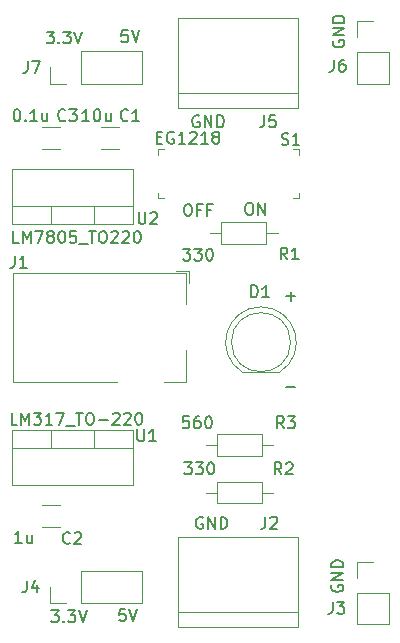
<source format=gto>
%TF.GenerationSoftware,KiCad,Pcbnew,9.0.1*%
%TF.CreationDate,2025-05-19T12:27:26-03:00*%
%TF.ProjectId,Project_2_Breadboard_Power_Suppy,50726f6a-6563-4745-9f32-5f4272656164,rev?*%
%TF.SameCoordinates,Original*%
%TF.FileFunction,Legend,Top*%
%TF.FilePolarity,Positive*%
%FSLAX46Y46*%
G04 Gerber Fmt 4.6, Leading zero omitted, Abs format (unit mm)*
G04 Created by KiCad (PCBNEW 9.0.1) date 2025-05-19 12:27:26*
%MOMM*%
%LPD*%
G01*
G04 APERTURE LIST*
%ADD10C,0.150000*%
%ADD11C,0.120000*%
%ADD12C,0.100000*%
G04 APERTURE END LIST*
D10*
X139427255Y-61469819D02*
X139617731Y-61469819D01*
X139617731Y-61469819D02*
X139712969Y-61517438D01*
X139712969Y-61517438D02*
X139808207Y-61612676D01*
X139808207Y-61612676D02*
X139855826Y-61803152D01*
X139855826Y-61803152D02*
X139855826Y-62136485D01*
X139855826Y-62136485D02*
X139808207Y-62326961D01*
X139808207Y-62326961D02*
X139712969Y-62422200D01*
X139712969Y-62422200D02*
X139617731Y-62469819D01*
X139617731Y-62469819D02*
X139427255Y-62469819D01*
X139427255Y-62469819D02*
X139332017Y-62422200D01*
X139332017Y-62422200D02*
X139236779Y-62326961D01*
X139236779Y-62326961D02*
X139189160Y-62136485D01*
X139189160Y-62136485D02*
X139189160Y-61803152D01*
X139189160Y-61803152D02*
X139236779Y-61612676D01*
X139236779Y-61612676D02*
X139332017Y-61517438D01*
X139332017Y-61517438D02*
X139427255Y-61469819D01*
X140284398Y-62469819D02*
X140284398Y-61469819D01*
X140284398Y-61469819D02*
X140855826Y-62469819D01*
X140855826Y-62469819D02*
X140855826Y-61469819D01*
X134227255Y-61569819D02*
X134417731Y-61569819D01*
X134417731Y-61569819D02*
X134512969Y-61617438D01*
X134512969Y-61617438D02*
X134608207Y-61712676D01*
X134608207Y-61712676D02*
X134655826Y-61903152D01*
X134655826Y-61903152D02*
X134655826Y-62236485D01*
X134655826Y-62236485D02*
X134608207Y-62426961D01*
X134608207Y-62426961D02*
X134512969Y-62522200D01*
X134512969Y-62522200D02*
X134417731Y-62569819D01*
X134417731Y-62569819D02*
X134227255Y-62569819D01*
X134227255Y-62569819D02*
X134132017Y-62522200D01*
X134132017Y-62522200D02*
X134036779Y-62426961D01*
X134036779Y-62426961D02*
X133989160Y-62236485D01*
X133989160Y-62236485D02*
X133989160Y-61903152D01*
X133989160Y-61903152D02*
X134036779Y-61712676D01*
X134036779Y-61712676D02*
X134132017Y-61617438D01*
X134132017Y-61617438D02*
X134227255Y-61569819D01*
X135417731Y-62046009D02*
X135084398Y-62046009D01*
X135084398Y-62569819D02*
X135084398Y-61569819D01*
X135084398Y-61569819D02*
X135560588Y-61569819D01*
X136274874Y-62046009D02*
X135941541Y-62046009D01*
X135941541Y-62569819D02*
X135941541Y-61569819D01*
X135941541Y-61569819D02*
X136417731Y-61569819D01*
X142636779Y-77088866D02*
X143398684Y-77088866D01*
X142636779Y-69388866D02*
X143398684Y-69388866D01*
X143017731Y-69769819D02*
X143017731Y-69007914D01*
X122341541Y-46969819D02*
X122960588Y-46969819D01*
X122960588Y-46969819D02*
X122627255Y-47350771D01*
X122627255Y-47350771D02*
X122770112Y-47350771D01*
X122770112Y-47350771D02*
X122865350Y-47398390D01*
X122865350Y-47398390D02*
X122912969Y-47446009D01*
X122912969Y-47446009D02*
X122960588Y-47541247D01*
X122960588Y-47541247D02*
X122960588Y-47779342D01*
X122960588Y-47779342D02*
X122912969Y-47874580D01*
X122912969Y-47874580D02*
X122865350Y-47922200D01*
X122865350Y-47922200D02*
X122770112Y-47969819D01*
X122770112Y-47969819D02*
X122484398Y-47969819D01*
X122484398Y-47969819D02*
X122389160Y-47922200D01*
X122389160Y-47922200D02*
X122341541Y-47874580D01*
X123389160Y-47874580D02*
X123436779Y-47922200D01*
X123436779Y-47922200D02*
X123389160Y-47969819D01*
X123389160Y-47969819D02*
X123341541Y-47922200D01*
X123341541Y-47922200D02*
X123389160Y-47874580D01*
X123389160Y-47874580D02*
X123389160Y-47969819D01*
X123770112Y-46969819D02*
X124389159Y-46969819D01*
X124389159Y-46969819D02*
X124055826Y-47350771D01*
X124055826Y-47350771D02*
X124198683Y-47350771D01*
X124198683Y-47350771D02*
X124293921Y-47398390D01*
X124293921Y-47398390D02*
X124341540Y-47446009D01*
X124341540Y-47446009D02*
X124389159Y-47541247D01*
X124389159Y-47541247D02*
X124389159Y-47779342D01*
X124389159Y-47779342D02*
X124341540Y-47874580D01*
X124341540Y-47874580D02*
X124293921Y-47922200D01*
X124293921Y-47922200D02*
X124198683Y-47969819D01*
X124198683Y-47969819D02*
X123912969Y-47969819D01*
X123912969Y-47969819D02*
X123817731Y-47922200D01*
X123817731Y-47922200D02*
X123770112Y-47874580D01*
X124674874Y-46969819D02*
X125008207Y-47969819D01*
X125008207Y-47969819D02*
X125341540Y-46969819D01*
X122741541Y-95969819D02*
X123360588Y-95969819D01*
X123360588Y-95969819D02*
X123027255Y-96350771D01*
X123027255Y-96350771D02*
X123170112Y-96350771D01*
X123170112Y-96350771D02*
X123265350Y-96398390D01*
X123265350Y-96398390D02*
X123312969Y-96446009D01*
X123312969Y-96446009D02*
X123360588Y-96541247D01*
X123360588Y-96541247D02*
X123360588Y-96779342D01*
X123360588Y-96779342D02*
X123312969Y-96874580D01*
X123312969Y-96874580D02*
X123265350Y-96922200D01*
X123265350Y-96922200D02*
X123170112Y-96969819D01*
X123170112Y-96969819D02*
X122884398Y-96969819D01*
X122884398Y-96969819D02*
X122789160Y-96922200D01*
X122789160Y-96922200D02*
X122741541Y-96874580D01*
X123789160Y-96874580D02*
X123836779Y-96922200D01*
X123836779Y-96922200D02*
X123789160Y-96969819D01*
X123789160Y-96969819D02*
X123741541Y-96922200D01*
X123741541Y-96922200D02*
X123789160Y-96874580D01*
X123789160Y-96874580D02*
X123789160Y-96969819D01*
X124170112Y-95969819D02*
X124789159Y-95969819D01*
X124789159Y-95969819D02*
X124455826Y-96350771D01*
X124455826Y-96350771D02*
X124598683Y-96350771D01*
X124598683Y-96350771D02*
X124693921Y-96398390D01*
X124693921Y-96398390D02*
X124741540Y-96446009D01*
X124741540Y-96446009D02*
X124789159Y-96541247D01*
X124789159Y-96541247D02*
X124789159Y-96779342D01*
X124789159Y-96779342D02*
X124741540Y-96874580D01*
X124741540Y-96874580D02*
X124693921Y-96922200D01*
X124693921Y-96922200D02*
X124598683Y-96969819D01*
X124598683Y-96969819D02*
X124312969Y-96969819D01*
X124312969Y-96969819D02*
X124217731Y-96922200D01*
X124217731Y-96922200D02*
X124170112Y-96874580D01*
X125074874Y-95969819D02*
X125408207Y-96969819D01*
X125408207Y-96969819D02*
X125741540Y-95969819D01*
X129212969Y-46869819D02*
X128736779Y-46869819D01*
X128736779Y-46869819D02*
X128689160Y-47346009D01*
X128689160Y-47346009D02*
X128736779Y-47298390D01*
X128736779Y-47298390D02*
X128832017Y-47250771D01*
X128832017Y-47250771D02*
X129070112Y-47250771D01*
X129070112Y-47250771D02*
X129165350Y-47298390D01*
X129165350Y-47298390D02*
X129212969Y-47346009D01*
X129212969Y-47346009D02*
X129260588Y-47441247D01*
X129260588Y-47441247D02*
X129260588Y-47679342D01*
X129260588Y-47679342D02*
X129212969Y-47774580D01*
X129212969Y-47774580D02*
X129165350Y-47822200D01*
X129165350Y-47822200D02*
X129070112Y-47869819D01*
X129070112Y-47869819D02*
X128832017Y-47869819D01*
X128832017Y-47869819D02*
X128736779Y-47822200D01*
X128736779Y-47822200D02*
X128689160Y-47774580D01*
X129546303Y-46869819D02*
X129879636Y-47869819D01*
X129879636Y-47869819D02*
X130212969Y-46869819D01*
X129012969Y-95869819D02*
X128536779Y-95869819D01*
X128536779Y-95869819D02*
X128489160Y-96346009D01*
X128489160Y-96346009D02*
X128536779Y-96298390D01*
X128536779Y-96298390D02*
X128632017Y-96250771D01*
X128632017Y-96250771D02*
X128870112Y-96250771D01*
X128870112Y-96250771D02*
X128965350Y-96298390D01*
X128965350Y-96298390D02*
X129012969Y-96346009D01*
X129012969Y-96346009D02*
X129060588Y-96441247D01*
X129060588Y-96441247D02*
X129060588Y-96679342D01*
X129060588Y-96679342D02*
X129012969Y-96774580D01*
X129012969Y-96774580D02*
X128965350Y-96822200D01*
X128965350Y-96822200D02*
X128870112Y-96869819D01*
X128870112Y-96869819D02*
X128632017Y-96869819D01*
X128632017Y-96869819D02*
X128536779Y-96822200D01*
X128536779Y-96822200D02*
X128489160Y-96774580D01*
X129346303Y-95869819D02*
X129679636Y-96869819D01*
X129679636Y-96869819D02*
X130012969Y-95869819D01*
X135560588Y-88117438D02*
X135465350Y-88069819D01*
X135465350Y-88069819D02*
X135322493Y-88069819D01*
X135322493Y-88069819D02*
X135179636Y-88117438D01*
X135179636Y-88117438D02*
X135084398Y-88212676D01*
X135084398Y-88212676D02*
X135036779Y-88307914D01*
X135036779Y-88307914D02*
X134989160Y-88498390D01*
X134989160Y-88498390D02*
X134989160Y-88641247D01*
X134989160Y-88641247D02*
X135036779Y-88831723D01*
X135036779Y-88831723D02*
X135084398Y-88926961D01*
X135084398Y-88926961D02*
X135179636Y-89022200D01*
X135179636Y-89022200D02*
X135322493Y-89069819D01*
X135322493Y-89069819D02*
X135417731Y-89069819D01*
X135417731Y-89069819D02*
X135560588Y-89022200D01*
X135560588Y-89022200D02*
X135608207Y-88974580D01*
X135608207Y-88974580D02*
X135608207Y-88641247D01*
X135608207Y-88641247D02*
X135417731Y-88641247D01*
X136036779Y-89069819D02*
X136036779Y-88069819D01*
X136036779Y-88069819D02*
X136608207Y-89069819D01*
X136608207Y-89069819D02*
X136608207Y-88069819D01*
X137084398Y-89069819D02*
X137084398Y-88069819D01*
X137084398Y-88069819D02*
X137322493Y-88069819D01*
X137322493Y-88069819D02*
X137465350Y-88117438D01*
X137465350Y-88117438D02*
X137560588Y-88212676D01*
X137560588Y-88212676D02*
X137608207Y-88307914D01*
X137608207Y-88307914D02*
X137655826Y-88498390D01*
X137655826Y-88498390D02*
X137655826Y-88641247D01*
X137655826Y-88641247D02*
X137608207Y-88831723D01*
X137608207Y-88831723D02*
X137560588Y-88926961D01*
X137560588Y-88926961D02*
X137465350Y-89022200D01*
X137465350Y-89022200D02*
X137322493Y-89069819D01*
X137322493Y-89069819D02*
X137084398Y-89069819D01*
X135260588Y-54117438D02*
X135165350Y-54069819D01*
X135165350Y-54069819D02*
X135022493Y-54069819D01*
X135022493Y-54069819D02*
X134879636Y-54117438D01*
X134879636Y-54117438D02*
X134784398Y-54212676D01*
X134784398Y-54212676D02*
X134736779Y-54307914D01*
X134736779Y-54307914D02*
X134689160Y-54498390D01*
X134689160Y-54498390D02*
X134689160Y-54641247D01*
X134689160Y-54641247D02*
X134736779Y-54831723D01*
X134736779Y-54831723D02*
X134784398Y-54926961D01*
X134784398Y-54926961D02*
X134879636Y-55022200D01*
X134879636Y-55022200D02*
X135022493Y-55069819D01*
X135022493Y-55069819D02*
X135117731Y-55069819D01*
X135117731Y-55069819D02*
X135260588Y-55022200D01*
X135260588Y-55022200D02*
X135308207Y-54974580D01*
X135308207Y-54974580D02*
X135308207Y-54641247D01*
X135308207Y-54641247D02*
X135117731Y-54641247D01*
X135736779Y-55069819D02*
X135736779Y-54069819D01*
X135736779Y-54069819D02*
X136308207Y-55069819D01*
X136308207Y-55069819D02*
X136308207Y-54069819D01*
X136784398Y-55069819D02*
X136784398Y-54069819D01*
X136784398Y-54069819D02*
X137022493Y-54069819D01*
X137022493Y-54069819D02*
X137165350Y-54117438D01*
X137165350Y-54117438D02*
X137260588Y-54212676D01*
X137260588Y-54212676D02*
X137308207Y-54307914D01*
X137308207Y-54307914D02*
X137355826Y-54498390D01*
X137355826Y-54498390D02*
X137355826Y-54641247D01*
X137355826Y-54641247D02*
X137308207Y-54831723D01*
X137308207Y-54831723D02*
X137260588Y-54926961D01*
X137260588Y-54926961D02*
X137165350Y-55022200D01*
X137165350Y-55022200D02*
X137022493Y-55069819D01*
X137022493Y-55069819D02*
X136784398Y-55069819D01*
X146617438Y-47739411D02*
X146569819Y-47834649D01*
X146569819Y-47834649D02*
X146569819Y-47977506D01*
X146569819Y-47977506D02*
X146617438Y-48120363D01*
X146617438Y-48120363D02*
X146712676Y-48215601D01*
X146712676Y-48215601D02*
X146807914Y-48263220D01*
X146807914Y-48263220D02*
X146998390Y-48310839D01*
X146998390Y-48310839D02*
X147141247Y-48310839D01*
X147141247Y-48310839D02*
X147331723Y-48263220D01*
X147331723Y-48263220D02*
X147426961Y-48215601D01*
X147426961Y-48215601D02*
X147522200Y-48120363D01*
X147522200Y-48120363D02*
X147569819Y-47977506D01*
X147569819Y-47977506D02*
X147569819Y-47882268D01*
X147569819Y-47882268D02*
X147522200Y-47739411D01*
X147522200Y-47739411D02*
X147474580Y-47691792D01*
X147474580Y-47691792D02*
X147141247Y-47691792D01*
X147141247Y-47691792D02*
X147141247Y-47882268D01*
X147569819Y-47263220D02*
X146569819Y-47263220D01*
X146569819Y-47263220D02*
X147569819Y-46691792D01*
X147569819Y-46691792D02*
X146569819Y-46691792D01*
X147569819Y-46215601D02*
X146569819Y-46215601D01*
X146569819Y-46215601D02*
X146569819Y-45977506D01*
X146569819Y-45977506D02*
X146617438Y-45834649D01*
X146617438Y-45834649D02*
X146712676Y-45739411D01*
X146712676Y-45739411D02*
X146807914Y-45691792D01*
X146807914Y-45691792D02*
X146998390Y-45644173D01*
X146998390Y-45644173D02*
X147141247Y-45644173D01*
X147141247Y-45644173D02*
X147331723Y-45691792D01*
X147331723Y-45691792D02*
X147426961Y-45739411D01*
X147426961Y-45739411D02*
X147522200Y-45834649D01*
X147522200Y-45834649D02*
X147569819Y-45977506D01*
X147569819Y-45977506D02*
X147569819Y-46215601D01*
X146517438Y-93839411D02*
X146469819Y-93934649D01*
X146469819Y-93934649D02*
X146469819Y-94077506D01*
X146469819Y-94077506D02*
X146517438Y-94220363D01*
X146517438Y-94220363D02*
X146612676Y-94315601D01*
X146612676Y-94315601D02*
X146707914Y-94363220D01*
X146707914Y-94363220D02*
X146898390Y-94410839D01*
X146898390Y-94410839D02*
X147041247Y-94410839D01*
X147041247Y-94410839D02*
X147231723Y-94363220D01*
X147231723Y-94363220D02*
X147326961Y-94315601D01*
X147326961Y-94315601D02*
X147422200Y-94220363D01*
X147422200Y-94220363D02*
X147469819Y-94077506D01*
X147469819Y-94077506D02*
X147469819Y-93982268D01*
X147469819Y-93982268D02*
X147422200Y-93839411D01*
X147422200Y-93839411D02*
X147374580Y-93791792D01*
X147374580Y-93791792D02*
X147041247Y-93791792D01*
X147041247Y-93791792D02*
X147041247Y-93982268D01*
X147469819Y-93363220D02*
X146469819Y-93363220D01*
X146469819Y-93363220D02*
X147469819Y-92791792D01*
X147469819Y-92791792D02*
X146469819Y-92791792D01*
X147469819Y-92315601D02*
X146469819Y-92315601D01*
X146469819Y-92315601D02*
X146469819Y-92077506D01*
X146469819Y-92077506D02*
X146517438Y-91934649D01*
X146517438Y-91934649D02*
X146612676Y-91839411D01*
X146612676Y-91839411D02*
X146707914Y-91791792D01*
X146707914Y-91791792D02*
X146898390Y-91744173D01*
X146898390Y-91744173D02*
X147041247Y-91744173D01*
X147041247Y-91744173D02*
X147231723Y-91791792D01*
X147231723Y-91791792D02*
X147326961Y-91839411D01*
X147326961Y-91839411D02*
X147422200Y-91934649D01*
X147422200Y-91934649D02*
X147469819Y-92077506D01*
X147469819Y-92077506D02*
X147469819Y-92315601D01*
X119666666Y-65954819D02*
X119666666Y-66669104D01*
X119666666Y-66669104D02*
X119619047Y-66811961D01*
X119619047Y-66811961D02*
X119523809Y-66907200D01*
X119523809Y-66907200D02*
X119380952Y-66954819D01*
X119380952Y-66954819D02*
X119285714Y-66954819D01*
X120666666Y-66954819D02*
X120095238Y-66954819D01*
X120380952Y-66954819D02*
X120380952Y-65954819D01*
X120380952Y-65954819D02*
X120285714Y-66097676D01*
X120285714Y-66097676D02*
X120190476Y-66192914D01*
X120190476Y-66192914D02*
X120095238Y-66240533D01*
X146666666Y-49354819D02*
X146666666Y-50069104D01*
X146666666Y-50069104D02*
X146619047Y-50211961D01*
X146619047Y-50211961D02*
X146523809Y-50307200D01*
X146523809Y-50307200D02*
X146380952Y-50354819D01*
X146380952Y-50354819D02*
X146285714Y-50354819D01*
X147571428Y-49354819D02*
X147380952Y-49354819D01*
X147380952Y-49354819D02*
X147285714Y-49402438D01*
X147285714Y-49402438D02*
X147238095Y-49450057D01*
X147238095Y-49450057D02*
X147142857Y-49592914D01*
X147142857Y-49592914D02*
X147095238Y-49783390D01*
X147095238Y-49783390D02*
X147095238Y-50164342D01*
X147095238Y-50164342D02*
X147142857Y-50259580D01*
X147142857Y-50259580D02*
X147190476Y-50307200D01*
X147190476Y-50307200D02*
X147285714Y-50354819D01*
X147285714Y-50354819D02*
X147476190Y-50354819D01*
X147476190Y-50354819D02*
X147571428Y-50307200D01*
X147571428Y-50307200D02*
X147619047Y-50259580D01*
X147619047Y-50259580D02*
X147666666Y-50164342D01*
X147666666Y-50164342D02*
X147666666Y-49926247D01*
X147666666Y-49926247D02*
X147619047Y-49831009D01*
X147619047Y-49831009D02*
X147571428Y-49783390D01*
X147571428Y-49783390D02*
X147476190Y-49735771D01*
X147476190Y-49735771D02*
X147285714Y-49735771D01*
X147285714Y-49735771D02*
X147190476Y-49783390D01*
X147190476Y-49783390D02*
X147142857Y-49831009D01*
X147142857Y-49831009D02*
X147095238Y-49926247D01*
X142733333Y-66254819D02*
X142400000Y-65778628D01*
X142161905Y-66254819D02*
X142161905Y-65254819D01*
X142161905Y-65254819D02*
X142542857Y-65254819D01*
X142542857Y-65254819D02*
X142638095Y-65302438D01*
X142638095Y-65302438D02*
X142685714Y-65350057D01*
X142685714Y-65350057D02*
X142733333Y-65445295D01*
X142733333Y-65445295D02*
X142733333Y-65588152D01*
X142733333Y-65588152D02*
X142685714Y-65683390D01*
X142685714Y-65683390D02*
X142638095Y-65731009D01*
X142638095Y-65731009D02*
X142542857Y-65778628D01*
X142542857Y-65778628D02*
X142161905Y-65778628D01*
X143685714Y-66254819D02*
X143114286Y-66254819D01*
X143400000Y-66254819D02*
X143400000Y-65254819D01*
X143400000Y-65254819D02*
X143304762Y-65397676D01*
X143304762Y-65397676D02*
X143209524Y-65492914D01*
X143209524Y-65492914D02*
X143114286Y-65540533D01*
X133914286Y-65354819D02*
X134533333Y-65354819D01*
X134533333Y-65354819D02*
X134200000Y-65735771D01*
X134200000Y-65735771D02*
X134342857Y-65735771D01*
X134342857Y-65735771D02*
X134438095Y-65783390D01*
X134438095Y-65783390D02*
X134485714Y-65831009D01*
X134485714Y-65831009D02*
X134533333Y-65926247D01*
X134533333Y-65926247D02*
X134533333Y-66164342D01*
X134533333Y-66164342D02*
X134485714Y-66259580D01*
X134485714Y-66259580D02*
X134438095Y-66307200D01*
X134438095Y-66307200D02*
X134342857Y-66354819D01*
X134342857Y-66354819D02*
X134057143Y-66354819D01*
X134057143Y-66354819D02*
X133961905Y-66307200D01*
X133961905Y-66307200D02*
X133914286Y-66259580D01*
X134866667Y-65354819D02*
X135485714Y-65354819D01*
X135485714Y-65354819D02*
X135152381Y-65735771D01*
X135152381Y-65735771D02*
X135295238Y-65735771D01*
X135295238Y-65735771D02*
X135390476Y-65783390D01*
X135390476Y-65783390D02*
X135438095Y-65831009D01*
X135438095Y-65831009D02*
X135485714Y-65926247D01*
X135485714Y-65926247D02*
X135485714Y-66164342D01*
X135485714Y-66164342D02*
X135438095Y-66259580D01*
X135438095Y-66259580D02*
X135390476Y-66307200D01*
X135390476Y-66307200D02*
X135295238Y-66354819D01*
X135295238Y-66354819D02*
X135009524Y-66354819D01*
X135009524Y-66354819D02*
X134914286Y-66307200D01*
X134914286Y-66307200D02*
X134866667Y-66259580D01*
X136104762Y-65354819D02*
X136200000Y-65354819D01*
X136200000Y-65354819D02*
X136295238Y-65402438D01*
X136295238Y-65402438D02*
X136342857Y-65450057D01*
X136342857Y-65450057D02*
X136390476Y-65545295D01*
X136390476Y-65545295D02*
X136438095Y-65735771D01*
X136438095Y-65735771D02*
X136438095Y-65973866D01*
X136438095Y-65973866D02*
X136390476Y-66164342D01*
X136390476Y-66164342D02*
X136342857Y-66259580D01*
X136342857Y-66259580D02*
X136295238Y-66307200D01*
X136295238Y-66307200D02*
X136200000Y-66354819D01*
X136200000Y-66354819D02*
X136104762Y-66354819D01*
X136104762Y-66354819D02*
X136009524Y-66307200D01*
X136009524Y-66307200D02*
X135961905Y-66259580D01*
X135961905Y-66259580D02*
X135914286Y-66164342D01*
X135914286Y-66164342D02*
X135866667Y-65973866D01*
X135866667Y-65973866D02*
X135866667Y-65735771D01*
X135866667Y-65735771D02*
X135914286Y-65545295D01*
X135914286Y-65545295D02*
X135961905Y-65450057D01*
X135961905Y-65450057D02*
X136009524Y-65402438D01*
X136009524Y-65402438D02*
X136104762Y-65354819D01*
X140866666Y-88054819D02*
X140866666Y-88769104D01*
X140866666Y-88769104D02*
X140819047Y-88911961D01*
X140819047Y-88911961D02*
X140723809Y-89007200D01*
X140723809Y-89007200D02*
X140580952Y-89054819D01*
X140580952Y-89054819D02*
X140485714Y-89054819D01*
X141295238Y-88150057D02*
X141342857Y-88102438D01*
X141342857Y-88102438D02*
X141438095Y-88054819D01*
X141438095Y-88054819D02*
X141676190Y-88054819D01*
X141676190Y-88054819D02*
X141771428Y-88102438D01*
X141771428Y-88102438D02*
X141819047Y-88150057D01*
X141819047Y-88150057D02*
X141866666Y-88245295D01*
X141866666Y-88245295D02*
X141866666Y-88340533D01*
X141866666Y-88340533D02*
X141819047Y-88483390D01*
X141819047Y-88483390D02*
X141247619Y-89054819D01*
X141247619Y-89054819D02*
X141866666Y-89054819D01*
X120666666Y-93454819D02*
X120666666Y-94169104D01*
X120666666Y-94169104D02*
X120619047Y-94311961D01*
X120619047Y-94311961D02*
X120523809Y-94407200D01*
X120523809Y-94407200D02*
X120380952Y-94454819D01*
X120380952Y-94454819D02*
X120285714Y-94454819D01*
X121571428Y-93788152D02*
X121571428Y-94454819D01*
X121333333Y-93407200D02*
X121095238Y-94121485D01*
X121095238Y-94121485D02*
X121714285Y-94121485D01*
X139661905Y-69454819D02*
X139661905Y-68454819D01*
X139661905Y-68454819D02*
X139900000Y-68454819D01*
X139900000Y-68454819D02*
X140042857Y-68502438D01*
X140042857Y-68502438D02*
X140138095Y-68597676D01*
X140138095Y-68597676D02*
X140185714Y-68692914D01*
X140185714Y-68692914D02*
X140233333Y-68883390D01*
X140233333Y-68883390D02*
X140233333Y-69026247D01*
X140233333Y-69026247D02*
X140185714Y-69216723D01*
X140185714Y-69216723D02*
X140138095Y-69311961D01*
X140138095Y-69311961D02*
X140042857Y-69407200D01*
X140042857Y-69407200D02*
X139900000Y-69454819D01*
X139900000Y-69454819D02*
X139661905Y-69454819D01*
X141185714Y-69454819D02*
X140614286Y-69454819D01*
X140900000Y-69454819D02*
X140900000Y-68454819D01*
X140900000Y-68454819D02*
X140804762Y-68597676D01*
X140804762Y-68597676D02*
X140709524Y-68692914D01*
X140709524Y-68692914D02*
X140614286Y-68740533D01*
X129233333Y-54459580D02*
X129185714Y-54507200D01*
X129185714Y-54507200D02*
X129042857Y-54554819D01*
X129042857Y-54554819D02*
X128947619Y-54554819D01*
X128947619Y-54554819D02*
X128804762Y-54507200D01*
X128804762Y-54507200D02*
X128709524Y-54411961D01*
X128709524Y-54411961D02*
X128661905Y-54316723D01*
X128661905Y-54316723D02*
X128614286Y-54126247D01*
X128614286Y-54126247D02*
X128614286Y-53983390D01*
X128614286Y-53983390D02*
X128661905Y-53792914D01*
X128661905Y-53792914D02*
X128709524Y-53697676D01*
X128709524Y-53697676D02*
X128804762Y-53602438D01*
X128804762Y-53602438D02*
X128947619Y-53554819D01*
X128947619Y-53554819D02*
X129042857Y-53554819D01*
X129042857Y-53554819D02*
X129185714Y-53602438D01*
X129185714Y-53602438D02*
X129233333Y-53650057D01*
X130185714Y-54554819D02*
X129614286Y-54554819D01*
X129900000Y-54554819D02*
X129900000Y-53554819D01*
X129900000Y-53554819D02*
X129804762Y-53697676D01*
X129804762Y-53697676D02*
X129709524Y-53792914D01*
X129709524Y-53792914D02*
X129614286Y-53840533D01*
X125957142Y-54554819D02*
X125385714Y-54554819D01*
X125671428Y-54554819D02*
X125671428Y-53554819D01*
X125671428Y-53554819D02*
X125576190Y-53697676D01*
X125576190Y-53697676D02*
X125480952Y-53792914D01*
X125480952Y-53792914D02*
X125385714Y-53840533D01*
X126576190Y-53554819D02*
X126671428Y-53554819D01*
X126671428Y-53554819D02*
X126766666Y-53602438D01*
X126766666Y-53602438D02*
X126814285Y-53650057D01*
X126814285Y-53650057D02*
X126861904Y-53745295D01*
X126861904Y-53745295D02*
X126909523Y-53935771D01*
X126909523Y-53935771D02*
X126909523Y-54173866D01*
X126909523Y-54173866D02*
X126861904Y-54364342D01*
X126861904Y-54364342D02*
X126814285Y-54459580D01*
X126814285Y-54459580D02*
X126766666Y-54507200D01*
X126766666Y-54507200D02*
X126671428Y-54554819D01*
X126671428Y-54554819D02*
X126576190Y-54554819D01*
X126576190Y-54554819D02*
X126480952Y-54507200D01*
X126480952Y-54507200D02*
X126433333Y-54459580D01*
X126433333Y-54459580D02*
X126385714Y-54364342D01*
X126385714Y-54364342D02*
X126338095Y-54173866D01*
X126338095Y-54173866D02*
X126338095Y-53935771D01*
X126338095Y-53935771D02*
X126385714Y-53745295D01*
X126385714Y-53745295D02*
X126433333Y-53650057D01*
X126433333Y-53650057D02*
X126480952Y-53602438D01*
X126480952Y-53602438D02*
X126576190Y-53554819D01*
X127766666Y-53888152D02*
X127766666Y-54554819D01*
X127338095Y-53888152D02*
X127338095Y-54411961D01*
X127338095Y-54411961D02*
X127385714Y-54507200D01*
X127385714Y-54507200D02*
X127480952Y-54554819D01*
X127480952Y-54554819D02*
X127623809Y-54554819D01*
X127623809Y-54554819D02*
X127719047Y-54507200D01*
X127719047Y-54507200D02*
X127766666Y-54459580D01*
X146566666Y-95254819D02*
X146566666Y-95969104D01*
X146566666Y-95969104D02*
X146519047Y-96111961D01*
X146519047Y-96111961D02*
X146423809Y-96207200D01*
X146423809Y-96207200D02*
X146280952Y-96254819D01*
X146280952Y-96254819D02*
X146185714Y-96254819D01*
X146947619Y-95254819D02*
X147566666Y-95254819D01*
X147566666Y-95254819D02*
X147233333Y-95635771D01*
X147233333Y-95635771D02*
X147376190Y-95635771D01*
X147376190Y-95635771D02*
X147471428Y-95683390D01*
X147471428Y-95683390D02*
X147519047Y-95731009D01*
X147519047Y-95731009D02*
X147566666Y-95826247D01*
X147566666Y-95826247D02*
X147566666Y-96064342D01*
X147566666Y-96064342D02*
X147519047Y-96159580D01*
X147519047Y-96159580D02*
X147471428Y-96207200D01*
X147471428Y-96207200D02*
X147376190Y-96254819D01*
X147376190Y-96254819D02*
X147090476Y-96254819D01*
X147090476Y-96254819D02*
X146995238Y-96207200D01*
X146995238Y-96207200D02*
X146947619Y-96159580D01*
X142433333Y-80554819D02*
X142100000Y-80078628D01*
X141861905Y-80554819D02*
X141861905Y-79554819D01*
X141861905Y-79554819D02*
X142242857Y-79554819D01*
X142242857Y-79554819D02*
X142338095Y-79602438D01*
X142338095Y-79602438D02*
X142385714Y-79650057D01*
X142385714Y-79650057D02*
X142433333Y-79745295D01*
X142433333Y-79745295D02*
X142433333Y-79888152D01*
X142433333Y-79888152D02*
X142385714Y-79983390D01*
X142385714Y-79983390D02*
X142338095Y-80031009D01*
X142338095Y-80031009D02*
X142242857Y-80078628D01*
X142242857Y-80078628D02*
X141861905Y-80078628D01*
X142766667Y-79554819D02*
X143385714Y-79554819D01*
X143385714Y-79554819D02*
X143052381Y-79935771D01*
X143052381Y-79935771D02*
X143195238Y-79935771D01*
X143195238Y-79935771D02*
X143290476Y-79983390D01*
X143290476Y-79983390D02*
X143338095Y-80031009D01*
X143338095Y-80031009D02*
X143385714Y-80126247D01*
X143385714Y-80126247D02*
X143385714Y-80364342D01*
X143385714Y-80364342D02*
X143338095Y-80459580D01*
X143338095Y-80459580D02*
X143290476Y-80507200D01*
X143290476Y-80507200D02*
X143195238Y-80554819D01*
X143195238Y-80554819D02*
X142909524Y-80554819D01*
X142909524Y-80554819D02*
X142814286Y-80507200D01*
X142814286Y-80507200D02*
X142766667Y-80459580D01*
X134385714Y-79554819D02*
X133909524Y-79554819D01*
X133909524Y-79554819D02*
X133861905Y-80031009D01*
X133861905Y-80031009D02*
X133909524Y-79983390D01*
X133909524Y-79983390D02*
X134004762Y-79935771D01*
X134004762Y-79935771D02*
X134242857Y-79935771D01*
X134242857Y-79935771D02*
X134338095Y-79983390D01*
X134338095Y-79983390D02*
X134385714Y-80031009D01*
X134385714Y-80031009D02*
X134433333Y-80126247D01*
X134433333Y-80126247D02*
X134433333Y-80364342D01*
X134433333Y-80364342D02*
X134385714Y-80459580D01*
X134385714Y-80459580D02*
X134338095Y-80507200D01*
X134338095Y-80507200D02*
X134242857Y-80554819D01*
X134242857Y-80554819D02*
X134004762Y-80554819D01*
X134004762Y-80554819D02*
X133909524Y-80507200D01*
X133909524Y-80507200D02*
X133861905Y-80459580D01*
X135290476Y-79554819D02*
X135100000Y-79554819D01*
X135100000Y-79554819D02*
X135004762Y-79602438D01*
X135004762Y-79602438D02*
X134957143Y-79650057D01*
X134957143Y-79650057D02*
X134861905Y-79792914D01*
X134861905Y-79792914D02*
X134814286Y-79983390D01*
X134814286Y-79983390D02*
X134814286Y-80364342D01*
X134814286Y-80364342D02*
X134861905Y-80459580D01*
X134861905Y-80459580D02*
X134909524Y-80507200D01*
X134909524Y-80507200D02*
X135004762Y-80554819D01*
X135004762Y-80554819D02*
X135195238Y-80554819D01*
X135195238Y-80554819D02*
X135290476Y-80507200D01*
X135290476Y-80507200D02*
X135338095Y-80459580D01*
X135338095Y-80459580D02*
X135385714Y-80364342D01*
X135385714Y-80364342D02*
X135385714Y-80126247D01*
X135385714Y-80126247D02*
X135338095Y-80031009D01*
X135338095Y-80031009D02*
X135290476Y-79983390D01*
X135290476Y-79983390D02*
X135195238Y-79935771D01*
X135195238Y-79935771D02*
X135004762Y-79935771D01*
X135004762Y-79935771D02*
X134909524Y-79983390D01*
X134909524Y-79983390D02*
X134861905Y-80031009D01*
X134861905Y-80031009D02*
X134814286Y-80126247D01*
X136004762Y-79554819D02*
X136100000Y-79554819D01*
X136100000Y-79554819D02*
X136195238Y-79602438D01*
X136195238Y-79602438D02*
X136242857Y-79650057D01*
X136242857Y-79650057D02*
X136290476Y-79745295D01*
X136290476Y-79745295D02*
X136338095Y-79935771D01*
X136338095Y-79935771D02*
X136338095Y-80173866D01*
X136338095Y-80173866D02*
X136290476Y-80364342D01*
X136290476Y-80364342D02*
X136242857Y-80459580D01*
X136242857Y-80459580D02*
X136195238Y-80507200D01*
X136195238Y-80507200D02*
X136100000Y-80554819D01*
X136100000Y-80554819D02*
X136004762Y-80554819D01*
X136004762Y-80554819D02*
X135909524Y-80507200D01*
X135909524Y-80507200D02*
X135861905Y-80459580D01*
X135861905Y-80459580D02*
X135814286Y-80364342D01*
X135814286Y-80364342D02*
X135766667Y-80173866D01*
X135766667Y-80173866D02*
X135766667Y-79935771D01*
X135766667Y-79935771D02*
X135814286Y-79745295D01*
X135814286Y-79745295D02*
X135861905Y-79650057D01*
X135861905Y-79650057D02*
X135909524Y-79602438D01*
X135909524Y-79602438D02*
X136004762Y-79554819D01*
X120766666Y-49454819D02*
X120766666Y-50169104D01*
X120766666Y-50169104D02*
X120719047Y-50311961D01*
X120719047Y-50311961D02*
X120623809Y-50407200D01*
X120623809Y-50407200D02*
X120480952Y-50454819D01*
X120480952Y-50454819D02*
X120385714Y-50454819D01*
X121147619Y-49454819D02*
X121814285Y-49454819D01*
X121814285Y-49454819D02*
X121385714Y-50454819D01*
X123933333Y-54459580D02*
X123885714Y-54507200D01*
X123885714Y-54507200D02*
X123742857Y-54554819D01*
X123742857Y-54554819D02*
X123647619Y-54554819D01*
X123647619Y-54554819D02*
X123504762Y-54507200D01*
X123504762Y-54507200D02*
X123409524Y-54411961D01*
X123409524Y-54411961D02*
X123361905Y-54316723D01*
X123361905Y-54316723D02*
X123314286Y-54126247D01*
X123314286Y-54126247D02*
X123314286Y-53983390D01*
X123314286Y-53983390D02*
X123361905Y-53792914D01*
X123361905Y-53792914D02*
X123409524Y-53697676D01*
X123409524Y-53697676D02*
X123504762Y-53602438D01*
X123504762Y-53602438D02*
X123647619Y-53554819D01*
X123647619Y-53554819D02*
X123742857Y-53554819D01*
X123742857Y-53554819D02*
X123885714Y-53602438D01*
X123885714Y-53602438D02*
X123933333Y-53650057D01*
X124266667Y-53554819D02*
X124885714Y-53554819D01*
X124885714Y-53554819D02*
X124552381Y-53935771D01*
X124552381Y-53935771D02*
X124695238Y-53935771D01*
X124695238Y-53935771D02*
X124790476Y-53983390D01*
X124790476Y-53983390D02*
X124838095Y-54031009D01*
X124838095Y-54031009D02*
X124885714Y-54126247D01*
X124885714Y-54126247D02*
X124885714Y-54364342D01*
X124885714Y-54364342D02*
X124838095Y-54459580D01*
X124838095Y-54459580D02*
X124790476Y-54507200D01*
X124790476Y-54507200D02*
X124695238Y-54554819D01*
X124695238Y-54554819D02*
X124409524Y-54554819D01*
X124409524Y-54554819D02*
X124314286Y-54507200D01*
X124314286Y-54507200D02*
X124266667Y-54459580D01*
X119785714Y-53554819D02*
X119880952Y-53554819D01*
X119880952Y-53554819D02*
X119976190Y-53602438D01*
X119976190Y-53602438D02*
X120023809Y-53650057D01*
X120023809Y-53650057D02*
X120071428Y-53745295D01*
X120071428Y-53745295D02*
X120119047Y-53935771D01*
X120119047Y-53935771D02*
X120119047Y-54173866D01*
X120119047Y-54173866D02*
X120071428Y-54364342D01*
X120071428Y-54364342D02*
X120023809Y-54459580D01*
X120023809Y-54459580D02*
X119976190Y-54507200D01*
X119976190Y-54507200D02*
X119880952Y-54554819D01*
X119880952Y-54554819D02*
X119785714Y-54554819D01*
X119785714Y-54554819D02*
X119690476Y-54507200D01*
X119690476Y-54507200D02*
X119642857Y-54459580D01*
X119642857Y-54459580D02*
X119595238Y-54364342D01*
X119595238Y-54364342D02*
X119547619Y-54173866D01*
X119547619Y-54173866D02*
X119547619Y-53935771D01*
X119547619Y-53935771D02*
X119595238Y-53745295D01*
X119595238Y-53745295D02*
X119642857Y-53650057D01*
X119642857Y-53650057D02*
X119690476Y-53602438D01*
X119690476Y-53602438D02*
X119785714Y-53554819D01*
X120547619Y-54459580D02*
X120595238Y-54507200D01*
X120595238Y-54507200D02*
X120547619Y-54554819D01*
X120547619Y-54554819D02*
X120500000Y-54507200D01*
X120500000Y-54507200D02*
X120547619Y-54459580D01*
X120547619Y-54459580D02*
X120547619Y-54554819D01*
X121547618Y-54554819D02*
X120976190Y-54554819D01*
X121261904Y-54554819D02*
X121261904Y-53554819D01*
X121261904Y-53554819D02*
X121166666Y-53697676D01*
X121166666Y-53697676D02*
X121071428Y-53792914D01*
X121071428Y-53792914D02*
X120976190Y-53840533D01*
X122404761Y-53888152D02*
X122404761Y-54554819D01*
X121976190Y-53888152D02*
X121976190Y-54411961D01*
X121976190Y-54411961D02*
X122023809Y-54507200D01*
X122023809Y-54507200D02*
X122119047Y-54554819D01*
X122119047Y-54554819D02*
X122261904Y-54554819D01*
X122261904Y-54554819D02*
X122357142Y-54507200D01*
X122357142Y-54507200D02*
X122404761Y-54459580D01*
X124333333Y-90259580D02*
X124285714Y-90307200D01*
X124285714Y-90307200D02*
X124142857Y-90354819D01*
X124142857Y-90354819D02*
X124047619Y-90354819D01*
X124047619Y-90354819D02*
X123904762Y-90307200D01*
X123904762Y-90307200D02*
X123809524Y-90211961D01*
X123809524Y-90211961D02*
X123761905Y-90116723D01*
X123761905Y-90116723D02*
X123714286Y-89926247D01*
X123714286Y-89926247D02*
X123714286Y-89783390D01*
X123714286Y-89783390D02*
X123761905Y-89592914D01*
X123761905Y-89592914D02*
X123809524Y-89497676D01*
X123809524Y-89497676D02*
X123904762Y-89402438D01*
X123904762Y-89402438D02*
X124047619Y-89354819D01*
X124047619Y-89354819D02*
X124142857Y-89354819D01*
X124142857Y-89354819D02*
X124285714Y-89402438D01*
X124285714Y-89402438D02*
X124333333Y-89450057D01*
X124714286Y-89450057D02*
X124761905Y-89402438D01*
X124761905Y-89402438D02*
X124857143Y-89354819D01*
X124857143Y-89354819D02*
X125095238Y-89354819D01*
X125095238Y-89354819D02*
X125190476Y-89402438D01*
X125190476Y-89402438D02*
X125238095Y-89450057D01*
X125238095Y-89450057D02*
X125285714Y-89545295D01*
X125285714Y-89545295D02*
X125285714Y-89640533D01*
X125285714Y-89640533D02*
X125238095Y-89783390D01*
X125238095Y-89783390D02*
X124666667Y-90354819D01*
X124666667Y-90354819D02*
X125285714Y-90354819D01*
X120233333Y-90254819D02*
X119661905Y-90254819D01*
X119947619Y-90254819D02*
X119947619Y-89254819D01*
X119947619Y-89254819D02*
X119852381Y-89397676D01*
X119852381Y-89397676D02*
X119757143Y-89492914D01*
X119757143Y-89492914D02*
X119661905Y-89540533D01*
X121090476Y-89588152D02*
X121090476Y-90254819D01*
X120661905Y-89588152D02*
X120661905Y-90111961D01*
X120661905Y-90111961D02*
X120709524Y-90207200D01*
X120709524Y-90207200D02*
X120804762Y-90254819D01*
X120804762Y-90254819D02*
X120947619Y-90254819D01*
X120947619Y-90254819D02*
X121042857Y-90207200D01*
X121042857Y-90207200D02*
X121090476Y-90159580D01*
X130138095Y-62254819D02*
X130138095Y-63064342D01*
X130138095Y-63064342D02*
X130185714Y-63159580D01*
X130185714Y-63159580D02*
X130233333Y-63207200D01*
X130233333Y-63207200D02*
X130328571Y-63254819D01*
X130328571Y-63254819D02*
X130519047Y-63254819D01*
X130519047Y-63254819D02*
X130614285Y-63207200D01*
X130614285Y-63207200D02*
X130661904Y-63159580D01*
X130661904Y-63159580D02*
X130709523Y-63064342D01*
X130709523Y-63064342D02*
X130709523Y-62254819D01*
X131138095Y-62350057D02*
X131185714Y-62302438D01*
X131185714Y-62302438D02*
X131280952Y-62254819D01*
X131280952Y-62254819D02*
X131519047Y-62254819D01*
X131519047Y-62254819D02*
X131614285Y-62302438D01*
X131614285Y-62302438D02*
X131661904Y-62350057D01*
X131661904Y-62350057D02*
X131709523Y-62445295D01*
X131709523Y-62445295D02*
X131709523Y-62540533D01*
X131709523Y-62540533D02*
X131661904Y-62683390D01*
X131661904Y-62683390D02*
X131090476Y-63254819D01*
X131090476Y-63254819D02*
X131709523Y-63254819D01*
X120019047Y-64854819D02*
X119542857Y-64854819D01*
X119542857Y-64854819D02*
X119542857Y-63854819D01*
X120352381Y-64854819D02*
X120352381Y-63854819D01*
X120352381Y-63854819D02*
X120685714Y-64569104D01*
X120685714Y-64569104D02*
X121019047Y-63854819D01*
X121019047Y-63854819D02*
X121019047Y-64854819D01*
X121400000Y-63854819D02*
X122066666Y-63854819D01*
X122066666Y-63854819D02*
X121638095Y-64854819D01*
X122590476Y-64283390D02*
X122495238Y-64235771D01*
X122495238Y-64235771D02*
X122447619Y-64188152D01*
X122447619Y-64188152D02*
X122400000Y-64092914D01*
X122400000Y-64092914D02*
X122400000Y-64045295D01*
X122400000Y-64045295D02*
X122447619Y-63950057D01*
X122447619Y-63950057D02*
X122495238Y-63902438D01*
X122495238Y-63902438D02*
X122590476Y-63854819D01*
X122590476Y-63854819D02*
X122780952Y-63854819D01*
X122780952Y-63854819D02*
X122876190Y-63902438D01*
X122876190Y-63902438D02*
X122923809Y-63950057D01*
X122923809Y-63950057D02*
X122971428Y-64045295D01*
X122971428Y-64045295D02*
X122971428Y-64092914D01*
X122971428Y-64092914D02*
X122923809Y-64188152D01*
X122923809Y-64188152D02*
X122876190Y-64235771D01*
X122876190Y-64235771D02*
X122780952Y-64283390D01*
X122780952Y-64283390D02*
X122590476Y-64283390D01*
X122590476Y-64283390D02*
X122495238Y-64331009D01*
X122495238Y-64331009D02*
X122447619Y-64378628D01*
X122447619Y-64378628D02*
X122400000Y-64473866D01*
X122400000Y-64473866D02*
X122400000Y-64664342D01*
X122400000Y-64664342D02*
X122447619Y-64759580D01*
X122447619Y-64759580D02*
X122495238Y-64807200D01*
X122495238Y-64807200D02*
X122590476Y-64854819D01*
X122590476Y-64854819D02*
X122780952Y-64854819D01*
X122780952Y-64854819D02*
X122876190Y-64807200D01*
X122876190Y-64807200D02*
X122923809Y-64759580D01*
X122923809Y-64759580D02*
X122971428Y-64664342D01*
X122971428Y-64664342D02*
X122971428Y-64473866D01*
X122971428Y-64473866D02*
X122923809Y-64378628D01*
X122923809Y-64378628D02*
X122876190Y-64331009D01*
X122876190Y-64331009D02*
X122780952Y-64283390D01*
X123590476Y-63854819D02*
X123685714Y-63854819D01*
X123685714Y-63854819D02*
X123780952Y-63902438D01*
X123780952Y-63902438D02*
X123828571Y-63950057D01*
X123828571Y-63950057D02*
X123876190Y-64045295D01*
X123876190Y-64045295D02*
X123923809Y-64235771D01*
X123923809Y-64235771D02*
X123923809Y-64473866D01*
X123923809Y-64473866D02*
X123876190Y-64664342D01*
X123876190Y-64664342D02*
X123828571Y-64759580D01*
X123828571Y-64759580D02*
X123780952Y-64807200D01*
X123780952Y-64807200D02*
X123685714Y-64854819D01*
X123685714Y-64854819D02*
X123590476Y-64854819D01*
X123590476Y-64854819D02*
X123495238Y-64807200D01*
X123495238Y-64807200D02*
X123447619Y-64759580D01*
X123447619Y-64759580D02*
X123400000Y-64664342D01*
X123400000Y-64664342D02*
X123352381Y-64473866D01*
X123352381Y-64473866D02*
X123352381Y-64235771D01*
X123352381Y-64235771D02*
X123400000Y-64045295D01*
X123400000Y-64045295D02*
X123447619Y-63950057D01*
X123447619Y-63950057D02*
X123495238Y-63902438D01*
X123495238Y-63902438D02*
X123590476Y-63854819D01*
X124828571Y-63854819D02*
X124352381Y-63854819D01*
X124352381Y-63854819D02*
X124304762Y-64331009D01*
X124304762Y-64331009D02*
X124352381Y-64283390D01*
X124352381Y-64283390D02*
X124447619Y-64235771D01*
X124447619Y-64235771D02*
X124685714Y-64235771D01*
X124685714Y-64235771D02*
X124780952Y-64283390D01*
X124780952Y-64283390D02*
X124828571Y-64331009D01*
X124828571Y-64331009D02*
X124876190Y-64426247D01*
X124876190Y-64426247D02*
X124876190Y-64664342D01*
X124876190Y-64664342D02*
X124828571Y-64759580D01*
X124828571Y-64759580D02*
X124780952Y-64807200D01*
X124780952Y-64807200D02*
X124685714Y-64854819D01*
X124685714Y-64854819D02*
X124447619Y-64854819D01*
X124447619Y-64854819D02*
X124352381Y-64807200D01*
X124352381Y-64807200D02*
X124304762Y-64759580D01*
X125066667Y-64950057D02*
X125828571Y-64950057D01*
X125923810Y-63854819D02*
X126495238Y-63854819D01*
X126209524Y-64854819D02*
X126209524Y-63854819D01*
X127019048Y-63854819D02*
X127209524Y-63854819D01*
X127209524Y-63854819D02*
X127304762Y-63902438D01*
X127304762Y-63902438D02*
X127400000Y-63997676D01*
X127400000Y-63997676D02*
X127447619Y-64188152D01*
X127447619Y-64188152D02*
X127447619Y-64521485D01*
X127447619Y-64521485D02*
X127400000Y-64711961D01*
X127400000Y-64711961D02*
X127304762Y-64807200D01*
X127304762Y-64807200D02*
X127209524Y-64854819D01*
X127209524Y-64854819D02*
X127019048Y-64854819D01*
X127019048Y-64854819D02*
X126923810Y-64807200D01*
X126923810Y-64807200D02*
X126828572Y-64711961D01*
X126828572Y-64711961D02*
X126780953Y-64521485D01*
X126780953Y-64521485D02*
X126780953Y-64188152D01*
X126780953Y-64188152D02*
X126828572Y-63997676D01*
X126828572Y-63997676D02*
X126923810Y-63902438D01*
X126923810Y-63902438D02*
X127019048Y-63854819D01*
X127828572Y-63950057D02*
X127876191Y-63902438D01*
X127876191Y-63902438D02*
X127971429Y-63854819D01*
X127971429Y-63854819D02*
X128209524Y-63854819D01*
X128209524Y-63854819D02*
X128304762Y-63902438D01*
X128304762Y-63902438D02*
X128352381Y-63950057D01*
X128352381Y-63950057D02*
X128400000Y-64045295D01*
X128400000Y-64045295D02*
X128400000Y-64140533D01*
X128400000Y-64140533D02*
X128352381Y-64283390D01*
X128352381Y-64283390D02*
X127780953Y-64854819D01*
X127780953Y-64854819D02*
X128400000Y-64854819D01*
X128780953Y-63950057D02*
X128828572Y-63902438D01*
X128828572Y-63902438D02*
X128923810Y-63854819D01*
X128923810Y-63854819D02*
X129161905Y-63854819D01*
X129161905Y-63854819D02*
X129257143Y-63902438D01*
X129257143Y-63902438D02*
X129304762Y-63950057D01*
X129304762Y-63950057D02*
X129352381Y-64045295D01*
X129352381Y-64045295D02*
X129352381Y-64140533D01*
X129352381Y-64140533D02*
X129304762Y-64283390D01*
X129304762Y-64283390D02*
X128733334Y-64854819D01*
X128733334Y-64854819D02*
X129352381Y-64854819D01*
X129971429Y-63854819D02*
X130066667Y-63854819D01*
X130066667Y-63854819D02*
X130161905Y-63902438D01*
X130161905Y-63902438D02*
X130209524Y-63950057D01*
X130209524Y-63950057D02*
X130257143Y-64045295D01*
X130257143Y-64045295D02*
X130304762Y-64235771D01*
X130304762Y-64235771D02*
X130304762Y-64473866D01*
X130304762Y-64473866D02*
X130257143Y-64664342D01*
X130257143Y-64664342D02*
X130209524Y-64759580D01*
X130209524Y-64759580D02*
X130161905Y-64807200D01*
X130161905Y-64807200D02*
X130066667Y-64854819D01*
X130066667Y-64854819D02*
X129971429Y-64854819D01*
X129971429Y-64854819D02*
X129876191Y-64807200D01*
X129876191Y-64807200D02*
X129828572Y-64759580D01*
X129828572Y-64759580D02*
X129780953Y-64664342D01*
X129780953Y-64664342D02*
X129733334Y-64473866D01*
X129733334Y-64473866D02*
X129733334Y-64235771D01*
X129733334Y-64235771D02*
X129780953Y-64045295D01*
X129780953Y-64045295D02*
X129828572Y-63950057D01*
X129828572Y-63950057D02*
X129876191Y-63902438D01*
X129876191Y-63902438D02*
X129971429Y-63854819D01*
X142238095Y-56507200D02*
X142380952Y-56554819D01*
X142380952Y-56554819D02*
X142619047Y-56554819D01*
X142619047Y-56554819D02*
X142714285Y-56507200D01*
X142714285Y-56507200D02*
X142761904Y-56459580D01*
X142761904Y-56459580D02*
X142809523Y-56364342D01*
X142809523Y-56364342D02*
X142809523Y-56269104D01*
X142809523Y-56269104D02*
X142761904Y-56173866D01*
X142761904Y-56173866D02*
X142714285Y-56126247D01*
X142714285Y-56126247D02*
X142619047Y-56078628D01*
X142619047Y-56078628D02*
X142428571Y-56031009D01*
X142428571Y-56031009D02*
X142333333Y-55983390D01*
X142333333Y-55983390D02*
X142285714Y-55935771D01*
X142285714Y-55935771D02*
X142238095Y-55840533D01*
X142238095Y-55840533D02*
X142238095Y-55745295D01*
X142238095Y-55745295D02*
X142285714Y-55650057D01*
X142285714Y-55650057D02*
X142333333Y-55602438D01*
X142333333Y-55602438D02*
X142428571Y-55554819D01*
X142428571Y-55554819D02*
X142666666Y-55554819D01*
X142666666Y-55554819D02*
X142809523Y-55602438D01*
X143761904Y-56554819D02*
X143190476Y-56554819D01*
X143476190Y-56554819D02*
X143476190Y-55554819D01*
X143476190Y-55554819D02*
X143380952Y-55697676D01*
X143380952Y-55697676D02*
X143285714Y-55792914D01*
X143285714Y-55792914D02*
X143190476Y-55840533D01*
X131680952Y-55931009D02*
X132014285Y-55931009D01*
X132157142Y-56454819D02*
X131680952Y-56454819D01*
X131680952Y-56454819D02*
X131680952Y-55454819D01*
X131680952Y-55454819D02*
X132157142Y-55454819D01*
X133109523Y-55502438D02*
X133014285Y-55454819D01*
X133014285Y-55454819D02*
X132871428Y-55454819D01*
X132871428Y-55454819D02*
X132728571Y-55502438D01*
X132728571Y-55502438D02*
X132633333Y-55597676D01*
X132633333Y-55597676D02*
X132585714Y-55692914D01*
X132585714Y-55692914D02*
X132538095Y-55883390D01*
X132538095Y-55883390D02*
X132538095Y-56026247D01*
X132538095Y-56026247D02*
X132585714Y-56216723D01*
X132585714Y-56216723D02*
X132633333Y-56311961D01*
X132633333Y-56311961D02*
X132728571Y-56407200D01*
X132728571Y-56407200D02*
X132871428Y-56454819D01*
X132871428Y-56454819D02*
X132966666Y-56454819D01*
X132966666Y-56454819D02*
X133109523Y-56407200D01*
X133109523Y-56407200D02*
X133157142Y-56359580D01*
X133157142Y-56359580D02*
X133157142Y-56026247D01*
X133157142Y-56026247D02*
X132966666Y-56026247D01*
X134109523Y-56454819D02*
X133538095Y-56454819D01*
X133823809Y-56454819D02*
X133823809Y-55454819D01*
X133823809Y-55454819D02*
X133728571Y-55597676D01*
X133728571Y-55597676D02*
X133633333Y-55692914D01*
X133633333Y-55692914D02*
X133538095Y-55740533D01*
X134490476Y-55550057D02*
X134538095Y-55502438D01*
X134538095Y-55502438D02*
X134633333Y-55454819D01*
X134633333Y-55454819D02*
X134871428Y-55454819D01*
X134871428Y-55454819D02*
X134966666Y-55502438D01*
X134966666Y-55502438D02*
X135014285Y-55550057D01*
X135014285Y-55550057D02*
X135061904Y-55645295D01*
X135061904Y-55645295D02*
X135061904Y-55740533D01*
X135061904Y-55740533D02*
X135014285Y-55883390D01*
X135014285Y-55883390D02*
X134442857Y-56454819D01*
X134442857Y-56454819D02*
X135061904Y-56454819D01*
X136014285Y-56454819D02*
X135442857Y-56454819D01*
X135728571Y-56454819D02*
X135728571Y-55454819D01*
X135728571Y-55454819D02*
X135633333Y-55597676D01*
X135633333Y-55597676D02*
X135538095Y-55692914D01*
X135538095Y-55692914D02*
X135442857Y-55740533D01*
X136585714Y-55883390D02*
X136490476Y-55835771D01*
X136490476Y-55835771D02*
X136442857Y-55788152D01*
X136442857Y-55788152D02*
X136395238Y-55692914D01*
X136395238Y-55692914D02*
X136395238Y-55645295D01*
X136395238Y-55645295D02*
X136442857Y-55550057D01*
X136442857Y-55550057D02*
X136490476Y-55502438D01*
X136490476Y-55502438D02*
X136585714Y-55454819D01*
X136585714Y-55454819D02*
X136776190Y-55454819D01*
X136776190Y-55454819D02*
X136871428Y-55502438D01*
X136871428Y-55502438D02*
X136919047Y-55550057D01*
X136919047Y-55550057D02*
X136966666Y-55645295D01*
X136966666Y-55645295D02*
X136966666Y-55692914D01*
X136966666Y-55692914D02*
X136919047Y-55788152D01*
X136919047Y-55788152D02*
X136871428Y-55835771D01*
X136871428Y-55835771D02*
X136776190Y-55883390D01*
X136776190Y-55883390D02*
X136585714Y-55883390D01*
X136585714Y-55883390D02*
X136490476Y-55931009D01*
X136490476Y-55931009D02*
X136442857Y-55978628D01*
X136442857Y-55978628D02*
X136395238Y-56073866D01*
X136395238Y-56073866D02*
X136395238Y-56264342D01*
X136395238Y-56264342D02*
X136442857Y-56359580D01*
X136442857Y-56359580D02*
X136490476Y-56407200D01*
X136490476Y-56407200D02*
X136585714Y-56454819D01*
X136585714Y-56454819D02*
X136776190Y-56454819D01*
X136776190Y-56454819D02*
X136871428Y-56407200D01*
X136871428Y-56407200D02*
X136919047Y-56359580D01*
X136919047Y-56359580D02*
X136966666Y-56264342D01*
X136966666Y-56264342D02*
X136966666Y-56073866D01*
X136966666Y-56073866D02*
X136919047Y-55978628D01*
X136919047Y-55978628D02*
X136871428Y-55931009D01*
X136871428Y-55931009D02*
X136776190Y-55883390D01*
X142233333Y-84454819D02*
X141900000Y-83978628D01*
X141661905Y-84454819D02*
X141661905Y-83454819D01*
X141661905Y-83454819D02*
X142042857Y-83454819D01*
X142042857Y-83454819D02*
X142138095Y-83502438D01*
X142138095Y-83502438D02*
X142185714Y-83550057D01*
X142185714Y-83550057D02*
X142233333Y-83645295D01*
X142233333Y-83645295D02*
X142233333Y-83788152D01*
X142233333Y-83788152D02*
X142185714Y-83883390D01*
X142185714Y-83883390D02*
X142138095Y-83931009D01*
X142138095Y-83931009D02*
X142042857Y-83978628D01*
X142042857Y-83978628D02*
X141661905Y-83978628D01*
X142614286Y-83550057D02*
X142661905Y-83502438D01*
X142661905Y-83502438D02*
X142757143Y-83454819D01*
X142757143Y-83454819D02*
X142995238Y-83454819D01*
X142995238Y-83454819D02*
X143090476Y-83502438D01*
X143090476Y-83502438D02*
X143138095Y-83550057D01*
X143138095Y-83550057D02*
X143185714Y-83645295D01*
X143185714Y-83645295D02*
X143185714Y-83740533D01*
X143185714Y-83740533D02*
X143138095Y-83883390D01*
X143138095Y-83883390D02*
X142566667Y-84454819D01*
X142566667Y-84454819D02*
X143185714Y-84454819D01*
X134014286Y-83454819D02*
X134633333Y-83454819D01*
X134633333Y-83454819D02*
X134300000Y-83835771D01*
X134300000Y-83835771D02*
X134442857Y-83835771D01*
X134442857Y-83835771D02*
X134538095Y-83883390D01*
X134538095Y-83883390D02*
X134585714Y-83931009D01*
X134585714Y-83931009D02*
X134633333Y-84026247D01*
X134633333Y-84026247D02*
X134633333Y-84264342D01*
X134633333Y-84264342D02*
X134585714Y-84359580D01*
X134585714Y-84359580D02*
X134538095Y-84407200D01*
X134538095Y-84407200D02*
X134442857Y-84454819D01*
X134442857Y-84454819D02*
X134157143Y-84454819D01*
X134157143Y-84454819D02*
X134061905Y-84407200D01*
X134061905Y-84407200D02*
X134014286Y-84359580D01*
X134966667Y-83454819D02*
X135585714Y-83454819D01*
X135585714Y-83454819D02*
X135252381Y-83835771D01*
X135252381Y-83835771D02*
X135395238Y-83835771D01*
X135395238Y-83835771D02*
X135490476Y-83883390D01*
X135490476Y-83883390D02*
X135538095Y-83931009D01*
X135538095Y-83931009D02*
X135585714Y-84026247D01*
X135585714Y-84026247D02*
X135585714Y-84264342D01*
X135585714Y-84264342D02*
X135538095Y-84359580D01*
X135538095Y-84359580D02*
X135490476Y-84407200D01*
X135490476Y-84407200D02*
X135395238Y-84454819D01*
X135395238Y-84454819D02*
X135109524Y-84454819D01*
X135109524Y-84454819D02*
X135014286Y-84407200D01*
X135014286Y-84407200D02*
X134966667Y-84359580D01*
X136204762Y-83454819D02*
X136300000Y-83454819D01*
X136300000Y-83454819D02*
X136395238Y-83502438D01*
X136395238Y-83502438D02*
X136442857Y-83550057D01*
X136442857Y-83550057D02*
X136490476Y-83645295D01*
X136490476Y-83645295D02*
X136538095Y-83835771D01*
X136538095Y-83835771D02*
X136538095Y-84073866D01*
X136538095Y-84073866D02*
X136490476Y-84264342D01*
X136490476Y-84264342D02*
X136442857Y-84359580D01*
X136442857Y-84359580D02*
X136395238Y-84407200D01*
X136395238Y-84407200D02*
X136300000Y-84454819D01*
X136300000Y-84454819D02*
X136204762Y-84454819D01*
X136204762Y-84454819D02*
X136109524Y-84407200D01*
X136109524Y-84407200D02*
X136061905Y-84359580D01*
X136061905Y-84359580D02*
X136014286Y-84264342D01*
X136014286Y-84264342D02*
X135966667Y-84073866D01*
X135966667Y-84073866D02*
X135966667Y-83835771D01*
X135966667Y-83835771D02*
X136014286Y-83645295D01*
X136014286Y-83645295D02*
X136061905Y-83550057D01*
X136061905Y-83550057D02*
X136109524Y-83502438D01*
X136109524Y-83502438D02*
X136204762Y-83454819D01*
X130038095Y-80654819D02*
X130038095Y-81464342D01*
X130038095Y-81464342D02*
X130085714Y-81559580D01*
X130085714Y-81559580D02*
X130133333Y-81607200D01*
X130133333Y-81607200D02*
X130228571Y-81654819D01*
X130228571Y-81654819D02*
X130419047Y-81654819D01*
X130419047Y-81654819D02*
X130514285Y-81607200D01*
X130514285Y-81607200D02*
X130561904Y-81559580D01*
X130561904Y-81559580D02*
X130609523Y-81464342D01*
X130609523Y-81464342D02*
X130609523Y-80654819D01*
X131609523Y-81654819D02*
X131038095Y-81654819D01*
X131323809Y-81654819D02*
X131323809Y-80654819D01*
X131323809Y-80654819D02*
X131228571Y-80797676D01*
X131228571Y-80797676D02*
X131133333Y-80892914D01*
X131133333Y-80892914D02*
X131038095Y-80940533D01*
X119876190Y-80254819D02*
X119400000Y-80254819D01*
X119400000Y-80254819D02*
X119400000Y-79254819D01*
X120209524Y-80254819D02*
X120209524Y-79254819D01*
X120209524Y-79254819D02*
X120542857Y-79969104D01*
X120542857Y-79969104D02*
X120876190Y-79254819D01*
X120876190Y-79254819D02*
X120876190Y-80254819D01*
X121257143Y-79254819D02*
X121876190Y-79254819D01*
X121876190Y-79254819D02*
X121542857Y-79635771D01*
X121542857Y-79635771D02*
X121685714Y-79635771D01*
X121685714Y-79635771D02*
X121780952Y-79683390D01*
X121780952Y-79683390D02*
X121828571Y-79731009D01*
X121828571Y-79731009D02*
X121876190Y-79826247D01*
X121876190Y-79826247D02*
X121876190Y-80064342D01*
X121876190Y-80064342D02*
X121828571Y-80159580D01*
X121828571Y-80159580D02*
X121780952Y-80207200D01*
X121780952Y-80207200D02*
X121685714Y-80254819D01*
X121685714Y-80254819D02*
X121400000Y-80254819D01*
X121400000Y-80254819D02*
X121304762Y-80207200D01*
X121304762Y-80207200D02*
X121257143Y-80159580D01*
X122828571Y-80254819D02*
X122257143Y-80254819D01*
X122542857Y-80254819D02*
X122542857Y-79254819D01*
X122542857Y-79254819D02*
X122447619Y-79397676D01*
X122447619Y-79397676D02*
X122352381Y-79492914D01*
X122352381Y-79492914D02*
X122257143Y-79540533D01*
X123161905Y-79254819D02*
X123828571Y-79254819D01*
X123828571Y-79254819D02*
X123400000Y-80254819D01*
X123971429Y-80350057D02*
X124733333Y-80350057D01*
X124828572Y-79254819D02*
X125400000Y-79254819D01*
X125114286Y-80254819D02*
X125114286Y-79254819D01*
X125923810Y-79254819D02*
X126114286Y-79254819D01*
X126114286Y-79254819D02*
X126209524Y-79302438D01*
X126209524Y-79302438D02*
X126304762Y-79397676D01*
X126304762Y-79397676D02*
X126352381Y-79588152D01*
X126352381Y-79588152D02*
X126352381Y-79921485D01*
X126352381Y-79921485D02*
X126304762Y-80111961D01*
X126304762Y-80111961D02*
X126209524Y-80207200D01*
X126209524Y-80207200D02*
X126114286Y-80254819D01*
X126114286Y-80254819D02*
X125923810Y-80254819D01*
X125923810Y-80254819D02*
X125828572Y-80207200D01*
X125828572Y-80207200D02*
X125733334Y-80111961D01*
X125733334Y-80111961D02*
X125685715Y-79921485D01*
X125685715Y-79921485D02*
X125685715Y-79588152D01*
X125685715Y-79588152D02*
X125733334Y-79397676D01*
X125733334Y-79397676D02*
X125828572Y-79302438D01*
X125828572Y-79302438D02*
X125923810Y-79254819D01*
X126780953Y-79873866D02*
X127542858Y-79873866D01*
X127971429Y-79350057D02*
X128019048Y-79302438D01*
X128019048Y-79302438D02*
X128114286Y-79254819D01*
X128114286Y-79254819D02*
X128352381Y-79254819D01*
X128352381Y-79254819D02*
X128447619Y-79302438D01*
X128447619Y-79302438D02*
X128495238Y-79350057D01*
X128495238Y-79350057D02*
X128542857Y-79445295D01*
X128542857Y-79445295D02*
X128542857Y-79540533D01*
X128542857Y-79540533D02*
X128495238Y-79683390D01*
X128495238Y-79683390D02*
X127923810Y-80254819D01*
X127923810Y-80254819D02*
X128542857Y-80254819D01*
X128923810Y-79350057D02*
X128971429Y-79302438D01*
X128971429Y-79302438D02*
X129066667Y-79254819D01*
X129066667Y-79254819D02*
X129304762Y-79254819D01*
X129304762Y-79254819D02*
X129400000Y-79302438D01*
X129400000Y-79302438D02*
X129447619Y-79350057D01*
X129447619Y-79350057D02*
X129495238Y-79445295D01*
X129495238Y-79445295D02*
X129495238Y-79540533D01*
X129495238Y-79540533D02*
X129447619Y-79683390D01*
X129447619Y-79683390D02*
X128876191Y-80254819D01*
X128876191Y-80254819D02*
X129495238Y-80254819D01*
X130114286Y-79254819D02*
X130209524Y-79254819D01*
X130209524Y-79254819D02*
X130304762Y-79302438D01*
X130304762Y-79302438D02*
X130352381Y-79350057D01*
X130352381Y-79350057D02*
X130400000Y-79445295D01*
X130400000Y-79445295D02*
X130447619Y-79635771D01*
X130447619Y-79635771D02*
X130447619Y-79873866D01*
X130447619Y-79873866D02*
X130400000Y-80064342D01*
X130400000Y-80064342D02*
X130352381Y-80159580D01*
X130352381Y-80159580D02*
X130304762Y-80207200D01*
X130304762Y-80207200D02*
X130209524Y-80254819D01*
X130209524Y-80254819D02*
X130114286Y-80254819D01*
X130114286Y-80254819D02*
X130019048Y-80207200D01*
X130019048Y-80207200D02*
X129971429Y-80159580D01*
X129971429Y-80159580D02*
X129923810Y-80064342D01*
X129923810Y-80064342D02*
X129876191Y-79873866D01*
X129876191Y-79873866D02*
X129876191Y-79635771D01*
X129876191Y-79635771D02*
X129923810Y-79445295D01*
X129923810Y-79445295D02*
X129971429Y-79350057D01*
X129971429Y-79350057D02*
X130019048Y-79302438D01*
X130019048Y-79302438D02*
X130114286Y-79254819D01*
X140766666Y-54054819D02*
X140766666Y-54769104D01*
X140766666Y-54769104D02*
X140719047Y-54911961D01*
X140719047Y-54911961D02*
X140623809Y-55007200D01*
X140623809Y-55007200D02*
X140480952Y-55054819D01*
X140480952Y-55054819D02*
X140385714Y-55054819D01*
X141719047Y-54054819D02*
X141242857Y-54054819D01*
X141242857Y-54054819D02*
X141195238Y-54531009D01*
X141195238Y-54531009D02*
X141242857Y-54483390D01*
X141242857Y-54483390D02*
X141338095Y-54435771D01*
X141338095Y-54435771D02*
X141576190Y-54435771D01*
X141576190Y-54435771D02*
X141671428Y-54483390D01*
X141671428Y-54483390D02*
X141719047Y-54531009D01*
X141719047Y-54531009D02*
X141766666Y-54626247D01*
X141766666Y-54626247D02*
X141766666Y-54864342D01*
X141766666Y-54864342D02*
X141719047Y-54959580D01*
X141719047Y-54959580D02*
X141671428Y-55007200D01*
X141671428Y-55007200D02*
X141576190Y-55054819D01*
X141576190Y-55054819D02*
X141338095Y-55054819D01*
X141338095Y-55054819D02*
X141242857Y-55007200D01*
X141242857Y-55007200D02*
X141195238Y-54959580D01*
D11*
%TO.C,J1*%
X134390000Y-68250000D02*
X134390000Y-67200000D01*
X134190000Y-76600000D02*
X132290000Y-76600000D01*
X134190000Y-73900000D02*
X134190000Y-76600000D01*
X134190000Y-67400000D02*
X134190000Y-70000000D01*
X133340000Y-67200000D02*
X134390000Y-67200000D01*
X128290000Y-76600000D02*
X119490000Y-76600000D01*
X119490000Y-76600000D02*
X119490000Y-67400000D01*
X119490000Y-67400000D02*
X134190000Y-67400000D01*
%TO.C,J6*%
X148620000Y-46080000D02*
X150000000Y-46080000D01*
X148620000Y-47460000D02*
X148620000Y-46080000D01*
X148620000Y-48730000D02*
X148620000Y-51380000D01*
X148620000Y-48730000D02*
X151380000Y-48730000D01*
X148620000Y-51380000D02*
X151380000Y-51380000D01*
X151380000Y-48730000D02*
X151380000Y-51380000D01*
%TO.C,R1*%
X136160000Y-64000000D02*
X137110000Y-64000000D01*
X137110000Y-63080000D02*
X137110000Y-64920000D01*
X137110000Y-64920000D02*
X140950000Y-64920000D01*
X140950000Y-63080000D02*
X137110000Y-63080000D01*
X140950000Y-64920000D02*
X140950000Y-63080000D01*
X141900000Y-64000000D02*
X140950000Y-64000000D01*
%TO.C,J2*%
X133460000Y-89760000D02*
X133460000Y-97380000D01*
X133460000Y-97380000D02*
X143620000Y-97380000D01*
X143620000Y-89760000D02*
X133460000Y-89760000D01*
X143620000Y-96110000D02*
X133460000Y-96110000D01*
X143620000Y-97380000D02*
X143620000Y-89760000D01*
%TO.C,J4*%
X122620000Y-95380000D02*
X122620000Y-94000000D01*
X124000000Y-95380000D02*
X122620000Y-95380000D01*
X125270000Y-92620000D02*
X130460000Y-92620000D01*
X125270000Y-95380000D02*
X125270000Y-92620000D01*
X125270000Y-95380000D02*
X130460000Y-95380000D01*
X130460000Y-95380000D02*
X130460000Y-92620000D01*
%TO.C,D1*%
X138955000Y-75830000D02*
X142045000Y-75830000D01*
X138955170Y-75830000D02*
G75*
G02*
X140499952Y-70280000I1544830J2560000D01*
G01*
X140500048Y-70280000D02*
G75*
G02*
X142044830Y-75830000I-48J-2990000D01*
G01*
X143000000Y-73270000D02*
G75*
G02*
X138000000Y-73270000I-2500000J0D01*
G01*
X138000000Y-73270000D02*
G75*
G02*
X143000000Y-73270000I2500000J0D01*
G01*
%TO.C,C1*%
X128515000Y-55080000D02*
X126985000Y-55080000D01*
X128515000Y-56920000D02*
X126985000Y-56920000D01*
%TO.C,J3*%
X148620000Y-91870000D02*
X150000000Y-91870000D01*
X148620000Y-93250000D02*
X148620000Y-91870000D01*
X148620000Y-94520000D02*
X148620000Y-97170000D01*
X148620000Y-94520000D02*
X151380000Y-94520000D01*
X148620000Y-97170000D02*
X151380000Y-97170000D01*
X151380000Y-94520000D02*
X151380000Y-97170000D01*
%TO.C,R3*%
X135805000Y-82000000D02*
X136755000Y-82000000D01*
X136755000Y-81080000D02*
X136755000Y-82920000D01*
X136755000Y-82920000D02*
X140595000Y-82920000D01*
X140595000Y-81080000D02*
X136755000Y-81080000D01*
X140595000Y-82920000D02*
X140595000Y-81080000D01*
X141545000Y-82000000D02*
X140595000Y-82000000D01*
%TO.C,J7*%
X122620000Y-51380000D02*
X122620000Y-50000000D01*
X124000000Y-51380000D02*
X122620000Y-51380000D01*
X125270000Y-48620000D02*
X130460000Y-48620000D01*
X125270000Y-51380000D02*
X125270000Y-48620000D01*
X125270000Y-51380000D02*
X130460000Y-51380000D01*
X130460000Y-51380000D02*
X130460000Y-48620000D01*
%TO.C,C3*%
X123515000Y-55080000D02*
X121985000Y-55080000D01*
X123515000Y-56920000D02*
X121985000Y-56920000D01*
%TO.C,C2*%
X123515000Y-87080000D02*
X121985000Y-87080000D01*
X123515000Y-88920000D02*
X121985000Y-88920000D01*
%TO.C,U2*%
X119420000Y-63270000D02*
X119420000Y-58629000D01*
X122689000Y-63270000D02*
X122689000Y-61760000D01*
X126390000Y-63270000D02*
X126390000Y-61760000D01*
X129660000Y-58629000D02*
X119420000Y-58629000D01*
X129660000Y-61760000D02*
X119420000Y-61760000D01*
X129660000Y-63270000D02*
X119420000Y-63270000D01*
X129660000Y-63270000D02*
X129660000Y-58629000D01*
D12*
%TO.C,S1*%
X131820000Y-56900000D02*
X131820000Y-57400000D01*
X131820000Y-56900000D02*
X132320000Y-56900000D01*
X131820000Y-61100000D02*
X131820000Y-60600000D01*
X131820000Y-61100000D02*
X132320000Y-61100000D01*
X143720000Y-56900000D02*
X143220000Y-56900000D01*
X143720000Y-56900000D02*
X143720000Y-57400000D01*
X143720000Y-61100000D02*
X143220000Y-61100000D01*
X143720000Y-61100000D02*
X143720000Y-60600000D01*
D11*
%TO.C,R2*%
X135805000Y-86000000D02*
X136755000Y-86000000D01*
X136755000Y-85080000D02*
X136755000Y-86920000D01*
X136755000Y-86920000D02*
X140595000Y-86920000D01*
X140595000Y-85080000D02*
X136755000Y-85080000D01*
X140595000Y-86920000D02*
X140595000Y-85080000D01*
X141545000Y-86000000D02*
X140595000Y-86000000D01*
%TO.C,U1*%
X119420000Y-80730000D02*
X119420000Y-85371000D01*
X119420000Y-80730000D02*
X129660000Y-80730000D01*
X119420000Y-82240000D02*
X129660000Y-82240000D01*
X119420000Y-85371000D02*
X129660000Y-85371000D01*
X122690000Y-80730000D02*
X122690000Y-82240000D01*
X126391000Y-80730000D02*
X126391000Y-82240000D01*
X129660000Y-80730000D02*
X129660000Y-85371000D01*
%TO.C,J5*%
X133460000Y-45790000D02*
X133460000Y-53410000D01*
X133460000Y-53410000D02*
X143620000Y-53410000D01*
X143620000Y-45790000D02*
X133460000Y-45790000D01*
X143620000Y-52140000D02*
X133460000Y-52140000D01*
X143620000Y-53410000D02*
X143620000Y-45790000D01*
%TD*%
M02*

</source>
